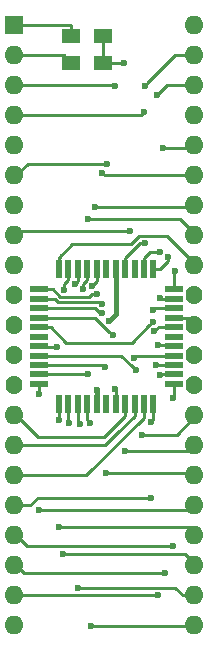
<source format=gtl>
G04 #@! TF.FileFunction,Copper,L1,Top,Signal*
%FSLAX46Y46*%
G04 Gerber Fmt 4.6, Leading zero omitted, Abs format (unit mm)*
G04 Created by KiCad (PCBNEW 4.0.7-e2-6376~58~ubuntu16.04.1) date Tue Aug 20 20:43:04 2024*
%MOMM*%
%LPD*%
G01*
G04 APERTURE LIST*
%ADD10C,0.100000*%
%ADD11R,1.500000X1.300000*%
%ADD12R,1.600000X1.600000*%
%ADD13O,1.600000X1.600000*%
%ADD14O,1.400000X1.600000*%
%ADD15R,1.500000X0.550000*%
%ADD16R,0.550000X1.500000*%
%ADD17C,0.600000*%
%ADD18C,0.400000*%
%ADD19C,0.250000*%
G04 APERTURE END LIST*
D10*
D11*
X153162000Y-105918000D03*
X155862000Y-105918000D03*
X153160000Y-108210000D03*
X155860000Y-108210000D03*
D12*
X148330000Y-104970000D03*
D13*
X163570000Y-155770000D03*
X148330000Y-107510000D03*
X163570000Y-153230000D03*
X148330000Y-110050000D03*
X163570000Y-150690000D03*
X148330000Y-112590000D03*
X163570000Y-148150000D03*
X148330000Y-115130000D03*
X163570000Y-145610000D03*
X148330000Y-117670000D03*
X163570000Y-143070000D03*
X148330000Y-120210000D03*
X163570000Y-140530000D03*
X148330000Y-122750000D03*
X163570000Y-137990000D03*
X148330000Y-125290000D03*
D14*
X163570000Y-135450000D03*
X148330000Y-127830000D03*
X163570000Y-132910000D03*
X148330000Y-130370000D03*
X163570000Y-130370000D03*
X148330000Y-132910000D03*
X163570000Y-127830000D03*
X148330000Y-135450000D03*
D13*
X163570000Y-125290000D03*
X148330000Y-137990000D03*
X163570000Y-122750000D03*
X148330000Y-140530000D03*
X163570000Y-120210000D03*
X148330000Y-143070000D03*
X163570000Y-117670000D03*
X148330000Y-145610000D03*
X163570000Y-115130000D03*
X148330000Y-148150000D03*
X163570000Y-112590000D03*
X148330000Y-150690000D03*
X163570000Y-110050000D03*
X148330000Y-153230000D03*
X163570000Y-107510000D03*
X148330000Y-155770000D03*
X163570000Y-104970000D03*
D15*
X161800000Y-135350000D03*
X161800000Y-134550000D03*
X161800000Y-133750000D03*
X161800000Y-132950000D03*
X161800000Y-132150000D03*
X161800000Y-131350000D03*
X161800000Y-130550000D03*
X161800000Y-129750000D03*
X161800000Y-128950000D03*
X161800000Y-128150000D03*
X161800000Y-127350000D03*
D16*
X160100000Y-125650000D03*
X159300000Y-125650000D03*
X158500000Y-125650000D03*
X157700000Y-125650000D03*
X156900000Y-125650000D03*
X156100000Y-125650000D03*
X155300000Y-125650000D03*
X154500000Y-125650000D03*
X153700000Y-125650000D03*
X152900000Y-125650000D03*
X152100000Y-125650000D03*
D15*
X150400000Y-127350000D03*
X150400000Y-128150000D03*
X150400000Y-128950000D03*
X150400000Y-129750000D03*
X150400000Y-130550000D03*
X150400000Y-131350000D03*
X150400000Y-132150000D03*
X150400000Y-132950000D03*
X150400000Y-133750000D03*
X150400000Y-134550000D03*
X150400000Y-135350000D03*
D16*
X152100000Y-137050000D03*
X152900000Y-137050000D03*
X153700000Y-137050000D03*
X154500000Y-137050000D03*
X155300000Y-137050000D03*
X156100000Y-137050000D03*
X156900000Y-137050000D03*
X157700000Y-137050000D03*
X158500000Y-137050000D03*
X159300000Y-137050000D03*
X160100000Y-137050000D03*
D17*
X155300000Y-135900000D03*
X156324957Y-130034921D03*
X159366397Y-123424176D03*
X157619990Y-108147998D03*
X154820000Y-155830000D03*
X154770000Y-138670000D03*
X153678930Y-152594990D03*
X153870000Y-138740000D03*
X158441388Y-133122544D03*
X156840000Y-110090000D03*
X152431082Y-149715010D03*
X152930000Y-138670000D03*
X159324979Y-112363296D03*
X160039965Y-129112004D03*
X152062237Y-147439139D03*
X152120000Y-138420000D03*
X150410000Y-146050000D03*
X150420000Y-136230000D03*
X156168341Y-116718305D03*
X156649968Y-131218275D03*
X154549990Y-134550000D03*
X156120000Y-142870000D03*
X156000010Y-133900000D03*
X157650000Y-141000000D03*
X158110000Y-122390000D03*
X156880000Y-135750010D03*
X158599990Y-134165063D03*
X159140000Y-139670000D03*
X154900556Y-127056165D03*
X160520000Y-132050000D03*
X154142375Y-127311469D03*
X160183300Y-130877075D03*
X153442582Y-126923772D03*
X152525457Y-127378442D03*
X160040010Y-130090000D03*
X151970000Y-132230000D03*
X155325931Y-127733716D03*
X154564990Y-121352338D03*
X155709946Y-128560771D03*
X155190000Y-120400000D03*
X155764979Y-117505507D03*
X155704549Y-129360764D03*
X159854990Y-138588300D03*
X159854990Y-144985881D03*
X160664975Y-128062246D03*
X160890000Y-115420000D03*
X161745010Y-136524738D03*
X161745010Y-149090000D03*
X161925806Y-125803114D03*
X161120000Y-151330000D03*
X160640000Y-134590000D03*
X161310889Y-124629242D03*
X160400000Y-110900000D03*
X160480000Y-153220000D03*
X160330000Y-133730000D03*
X160658484Y-124166224D03*
X159350010Y-110121666D03*
D18*
X155300000Y-135900000D02*
X155300000Y-137050000D01*
X156900000Y-125650000D02*
X156900000Y-129459878D01*
X156900000Y-129459878D02*
X156624956Y-129734922D01*
X156624956Y-129734922D02*
X156324957Y-130034921D01*
D19*
X148501100Y-105003600D02*
X153147600Y-105003600D01*
X153147600Y-105003600D02*
X153162000Y-105018000D01*
X153162000Y-105018000D02*
X153162000Y-105918000D01*
X158925824Y-123424176D02*
X158942133Y-123424176D01*
X157700000Y-124650000D02*
X158925824Y-123424176D01*
X158942133Y-123424176D02*
X159366397Y-123424176D01*
X157700000Y-125650000D02*
X157700000Y-124650000D01*
X155860000Y-108210000D02*
X157557988Y-108210000D01*
X157557988Y-108210000D02*
X157619990Y-108147998D01*
X155862000Y-105918000D02*
X155862000Y-108208000D01*
X155862000Y-108208000D02*
X155860000Y-108210000D01*
X148501100Y-107543600D02*
X152493600Y-107543600D01*
X152493600Y-107543600D02*
X153160000Y-108210000D01*
X154820000Y-155830000D02*
X163714700Y-155830000D01*
X163714700Y-155830000D02*
X163741100Y-155803600D01*
X154500000Y-137050000D02*
X154500000Y-138400000D01*
X154500000Y-138400000D02*
X154770000Y-138670000D01*
X154103194Y-152594990D02*
X153678930Y-152594990D01*
X161941120Y-152594990D02*
X154103194Y-152594990D01*
X162609730Y-153263600D02*
X161941120Y-152594990D01*
X163741100Y-153263600D02*
X162609730Y-153263600D01*
X153700000Y-137050000D02*
X153700000Y-138570000D01*
X153700000Y-138570000D02*
X153870000Y-138740000D01*
X158613932Y-132950000D02*
X158441388Y-133122544D01*
X161800000Y-132950000D02*
X158613932Y-132950000D01*
X148501100Y-110083600D02*
X156833600Y-110083600D01*
X156833600Y-110083600D02*
X156840000Y-110090000D01*
X162732510Y-149715010D02*
X152855346Y-149715010D01*
X163741100Y-150723600D02*
X162732510Y-149715010D01*
X152855346Y-149715010D02*
X152431082Y-149715010D01*
X152900000Y-137050000D02*
X152900000Y-138640000D01*
X152900000Y-138640000D02*
X152930000Y-138670000D01*
X148501100Y-112623600D02*
X159064675Y-112623600D01*
X159064675Y-112623600D02*
X159324979Y-112363296D01*
X160201969Y-128950000D02*
X160039965Y-129112004D01*
X161800000Y-128950000D02*
X160201969Y-128950000D01*
X152062237Y-147439139D02*
X162996639Y-147439139D01*
X162996639Y-147439139D02*
X163741100Y-148183600D01*
X152100000Y-137050000D02*
X152100000Y-138400000D01*
X152100000Y-138400000D02*
X152120000Y-138420000D01*
X150410000Y-146050000D02*
X163334700Y-146050000D01*
X163334700Y-146050000D02*
X163741100Y-145643600D01*
X150400000Y-135350000D02*
X150400000Y-136210000D01*
X150400000Y-136210000D02*
X150420000Y-136230000D01*
X155140231Y-129750000D02*
X156308507Y-130918276D01*
X150400000Y-129750000D02*
X155140231Y-129750000D01*
X156308507Y-130918276D02*
X156349969Y-130918276D01*
X156349969Y-130918276D02*
X156649968Y-131218275D01*
X148501100Y-117703600D02*
X149486395Y-116718305D01*
X155744077Y-116718305D02*
X156168341Y-116718305D01*
X149486395Y-116718305D02*
X155744077Y-116718305D01*
X150400000Y-134550000D02*
X154549990Y-134550000D01*
X156120000Y-142870000D02*
X163507500Y-142870000D01*
X163507500Y-142870000D02*
X163741100Y-143103600D01*
X155850010Y-133750000D02*
X156000010Y-133900000D01*
X150400000Y-133750000D02*
X155850010Y-133750000D01*
X157650000Y-141000000D02*
X163304700Y-141000000D01*
X163304700Y-141000000D02*
X163741100Y-140563600D01*
X158110000Y-122390000D02*
X148690000Y-122390000D01*
X148690000Y-122390000D02*
X148330000Y-122750000D01*
X157895032Y-122406049D02*
X148878651Y-122406049D01*
X148878651Y-122406049D02*
X148501100Y-122783600D01*
X156900000Y-135770010D02*
X156880000Y-135750010D01*
X156900000Y-137050000D02*
X156900000Y-135770010D01*
X159140000Y-139670000D02*
X162094700Y-139670000D01*
X162094700Y-139670000D02*
X163741100Y-138023600D01*
X159140000Y-139670000D02*
X160940000Y-139670000D01*
X158299991Y-133865064D02*
X158599990Y-134165063D01*
X157384927Y-132950000D02*
X158299991Y-133865064D01*
X150400000Y-132950000D02*
X157384927Y-132950000D01*
X155200555Y-126756166D02*
X154900556Y-127056165D01*
X155300000Y-125650000D02*
X155300000Y-126656721D01*
X155300000Y-126656721D02*
X155200555Y-126756166D01*
X160520000Y-132050000D02*
X161700000Y-132050000D01*
X161700000Y-132050000D02*
X161800000Y-132150000D01*
X154500000Y-125650000D02*
X154500000Y-126524220D01*
X154142375Y-126887205D02*
X154142375Y-127311469D01*
X154500000Y-126524220D02*
X154142375Y-126881845D01*
X154142375Y-126881845D02*
X154142375Y-126887205D01*
X160483299Y-130577076D02*
X160183300Y-130877075D01*
X160510375Y-130550000D02*
X160483299Y-130577076D01*
X161800000Y-130550000D02*
X160510375Y-130550000D01*
X161800000Y-130550000D02*
X162090000Y-130550000D01*
X153700000Y-125650000D02*
X153700000Y-126666354D01*
X153700000Y-126666354D02*
X153442582Y-126923772D01*
X161800000Y-129750000D02*
X163087500Y-129750000D01*
X163087500Y-129750000D02*
X163741100Y-130403600D01*
X152525457Y-126927133D02*
X152525457Y-126954178D01*
X152900000Y-126552590D02*
X152525457Y-126927133D01*
X152525457Y-126954178D02*
X152525457Y-127378442D01*
X152900000Y-125650000D02*
X152900000Y-126552590D01*
X152900000Y-125650000D02*
X152900000Y-126339690D01*
X158250010Y-131880000D02*
X159740011Y-130389999D01*
X150400000Y-130550000D02*
X151400000Y-130550000D01*
X159740011Y-130389999D02*
X160040010Y-130090000D01*
X152730000Y-131880000D02*
X158250010Y-131880000D01*
X151400000Y-130550000D02*
X152730000Y-131880000D01*
X151970000Y-132230000D02*
X150480000Y-132230000D01*
X150480000Y-132230000D02*
X150400000Y-132150000D01*
X153245002Y-123504998D02*
X152100000Y-124650000D01*
X158208591Y-123504998D02*
X153245002Y-123504998D01*
X158914415Y-122799174D02*
X158208591Y-123504998D01*
X161216674Y-122799174D02*
X158914415Y-122799174D01*
X163741100Y-125323600D02*
X161216674Y-122799174D01*
X152100000Y-125650000D02*
X152100000Y-124650000D01*
X152100000Y-124650000D02*
X152310000Y-124440000D01*
X157700000Y-137050000D02*
X157700000Y-138050000D01*
X157700000Y-138050000D02*
X157720000Y-138070000D01*
X150357500Y-139880000D02*
X148501100Y-138023600D01*
X157720000Y-138070000D02*
X155910000Y-139880000D01*
X155910000Y-139880000D02*
X150357500Y-139880000D01*
X152225455Y-128003444D02*
X154631939Y-128003444D01*
X154631939Y-128003444D02*
X154901667Y-127733716D01*
X150400000Y-127350000D02*
X151572011Y-127350000D01*
X151572011Y-127350000D02*
X152225455Y-128003444D01*
X154901667Y-127733716D02*
X155325931Y-127733716D01*
X162309838Y-121352338D02*
X154989254Y-121352338D01*
X154989254Y-121352338D02*
X154564990Y-121352338D01*
X163741100Y-122783600D02*
X162309838Y-121352338D01*
X156990000Y-139530000D02*
X155956400Y-140563600D01*
X155956400Y-140563600D02*
X148501100Y-140563600D01*
X157020000Y-139530000D02*
X156990000Y-139530000D01*
X158500000Y-137050000D02*
X158500000Y-138050000D01*
X158500000Y-138050000D02*
X157020000Y-139530000D01*
X155190000Y-120400000D02*
X163584700Y-120400000D01*
X163584700Y-120400000D02*
X163741100Y-120243600D01*
X155602630Y-128453455D02*
X155709946Y-128560771D01*
X150400000Y-128150000D02*
X151735600Y-128150000D01*
X151735600Y-128150000D02*
X152039055Y-128453455D01*
X152039055Y-128453455D02*
X155602630Y-128453455D01*
X159300000Y-138220000D02*
X154416400Y-143103600D01*
X154416400Y-143103600D02*
X148501100Y-143103600D01*
X159300000Y-137050000D02*
X159300000Y-138220000D01*
X163741100Y-117703600D02*
X155963072Y-117703600D01*
X155963072Y-117703600D02*
X155764979Y-117505507D01*
X155584935Y-129360764D02*
X155704549Y-129360764D01*
X150400000Y-128950000D02*
X155174171Y-128950000D01*
X155174171Y-128950000D02*
X155584935Y-129360764D01*
X160100000Y-137050000D02*
X160100000Y-138343290D01*
X160100000Y-138343290D02*
X159854990Y-138588300D01*
X149632470Y-145643600D02*
X150290189Y-144985881D01*
X148501100Y-145643600D02*
X149632470Y-145643600D01*
X159430726Y-144985881D02*
X159854990Y-144985881D01*
X150290189Y-144985881D02*
X159430726Y-144985881D01*
X161800000Y-128150000D02*
X160752729Y-128150000D01*
X160752729Y-128150000D02*
X160664975Y-128062246D01*
X160890000Y-115420000D02*
X163484700Y-115420000D01*
X163484700Y-115420000D02*
X163741100Y-115163600D01*
X161800000Y-136469748D02*
X161745010Y-136524738D01*
X161800000Y-135350000D02*
X161800000Y-136469748D01*
X161320746Y-149090000D02*
X161745010Y-149090000D01*
X149407500Y-149090000D02*
X161320746Y-149090000D01*
X148501100Y-148183600D02*
X149407500Y-149090000D01*
X161800000Y-125928920D02*
X161925806Y-125803114D01*
X161800000Y-127350000D02*
X161800000Y-125928920D01*
X161120000Y-151330000D02*
X149107500Y-151330000D01*
X149107500Y-151330000D02*
X148501100Y-150723600D01*
X161800000Y-134550000D02*
X160680000Y-134550000D01*
X160680000Y-134550000D02*
X160640000Y-134590000D01*
X161310889Y-124964111D02*
X161310889Y-124629242D01*
X160625000Y-125650000D02*
X161310889Y-124964111D01*
X160100000Y-125650000D02*
X160625000Y-125650000D01*
X160400000Y-110900000D02*
X161216400Y-110083600D01*
X161216400Y-110083600D02*
X163741100Y-110083600D01*
X148544700Y-153220000D02*
X148501100Y-153263600D01*
X160480000Y-153220000D02*
X148544700Y-153220000D01*
X161800000Y-133750000D02*
X160350000Y-133750000D01*
X160350000Y-133750000D02*
X160330000Y-133730000D01*
X159300000Y-124650000D02*
X159783776Y-124166224D01*
X160234220Y-124166224D02*
X160658484Y-124166224D01*
X159783776Y-124166224D02*
X160234220Y-124166224D01*
X159300000Y-125650000D02*
X159300000Y-124650000D01*
X159650009Y-109821667D02*
X159350010Y-110121666D01*
X161928076Y-107543600D02*
X159650009Y-109821667D01*
X163741100Y-107543600D02*
X161928076Y-107543600D01*
M02*

</source>
